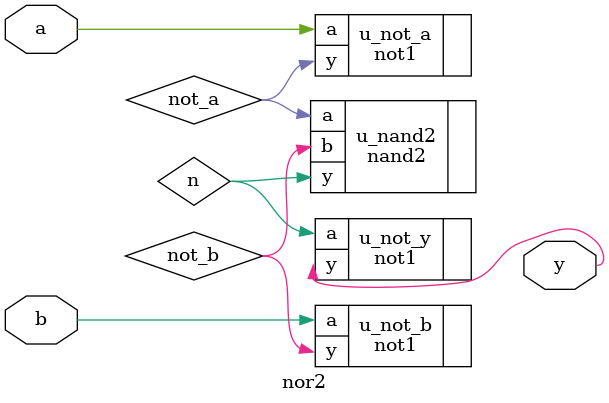
<source format=sv>
module nor2(
    input  wire a,
    input  wire b,
    output wire y
);
    wire not_a, not_b, n;

    not1 u_not_a(.a(a), .y(not_a));
    not1 u_not_b(.a(b), .y(not_b));

    nand2 u_nand2(.a(not_a), .b(not_b), .y(n));
    not1  u_not_y(.a(n), .y(y));
endmodule

</source>
